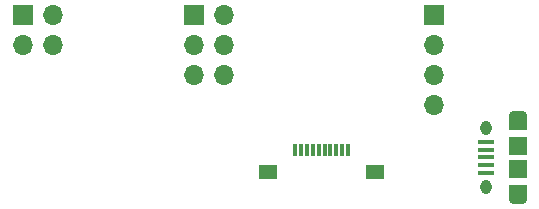
<source format=gbr>
%TF.GenerationSoftware,KiCad,Pcbnew,8.0.0*%
%TF.CreationDate,2024-02-26T11:32:59-08:00*%
%TF.ProjectId,gotek-breakout,676f7465-6b2d-4627-9265-616b6f75742e,rev?*%
%TF.SameCoordinates,Original*%
%TF.FileFunction,Soldermask,Top*%
%TF.FilePolarity,Negative*%
%FSLAX46Y46*%
G04 Gerber Fmt 4.6, Leading zero omitted, Abs format (unit mm)*
G04 Created by KiCad (PCBNEW 8.0.0) date 2024-02-26 11:32:59*
%MOMM*%
%LPD*%
G01*
G04 APERTURE LIST*
%ADD10R,1.700000X1.700000*%
%ADD11O,1.700000X1.700000*%
%ADD12R,1.350000X0.400000*%
%ADD13O,1.550000X0.890000*%
%ADD14R,1.550000X1.200000*%
%ADD15O,0.950000X1.250000*%
%ADD16R,1.550000X1.500000*%
%ADD17R,0.300000X1.000000*%
%ADD18R,1.650000X1.300000*%
G04 APERTURE END LIST*
D10*
%TO.C,J8*%
X64725000Y-100225000D03*
D11*
X67265000Y-100225000D03*
X64725000Y-102765000D03*
X67265000Y-102765000D03*
X64725000Y-105305000D03*
X67265000Y-105305000D03*
%TD*%
D10*
%TO.C,J7*%
X50210000Y-100210000D03*
D11*
X52750000Y-100210000D03*
X50210000Y-102750000D03*
X52750000Y-102750000D03*
%TD*%
D12*
%TO.C,J12*%
X89400000Y-113550000D03*
X89400000Y-112900000D03*
X89400001Y-112250000D03*
X89400000Y-111600000D03*
X89400000Y-110950000D03*
D13*
X92100000Y-115750000D03*
D14*
X92100000Y-115150000D03*
D15*
X89400000Y-114749999D03*
D16*
X92100000Y-113250000D03*
X92100000Y-111250000D03*
D15*
X89400000Y-109750001D03*
D14*
X92100000Y-109350000D03*
D13*
X92100000Y-108750000D03*
%TD*%
D10*
%TO.C,J11*%
X85000000Y-100200000D03*
D11*
X85000000Y-102740000D03*
X85000000Y-105280000D03*
X85000000Y-107820000D03*
%TD*%
D17*
%TO.C,J10*%
X73250000Y-111600000D03*
X73750000Y-111600000D03*
X74250000Y-111600000D03*
X74750000Y-111600000D03*
X75250000Y-111600000D03*
X75750000Y-111600000D03*
X76250000Y-111600000D03*
X76750000Y-111600000D03*
X77250000Y-111600000D03*
X77750000Y-111600000D03*
D18*
X70975000Y-113500000D03*
X80025000Y-113500000D03*
%TD*%
M02*

</source>
